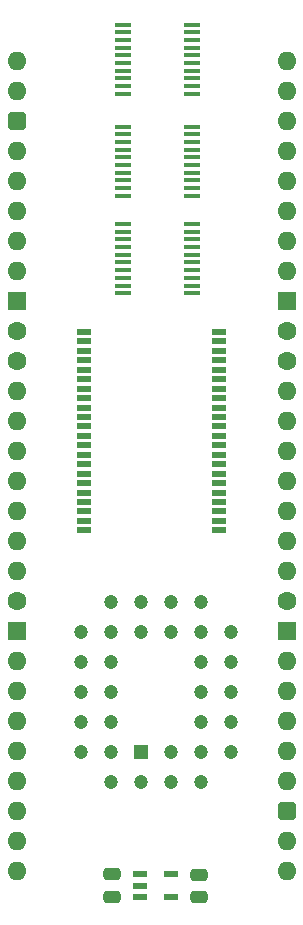
<source format=gts>
%TF.GenerationSoftware,KiCad,Pcbnew,8.0.7*%
%TF.CreationDate,2025-03-12T20:02:53+02:00*%
%TF.ProjectId,HCP65 MPU Memory,48435036-3520-44d5-9055-204d656d6f72,V1*%
%TF.SameCoordinates,Original*%
%TF.FileFunction,Soldermask,Top*%
%TF.FilePolarity,Negative*%
%FSLAX46Y46*%
G04 Gerber Fmt 4.6, Leading zero omitted, Abs format (unit mm)*
G04 Created by KiCad (PCBNEW 8.0.7) date 2025-03-12 20:02:53*
%MOMM*%
%LPD*%
G01*
G04 APERTURE LIST*
G04 Aperture macros list*
%AMRoundRect*
0 Rectangle with rounded corners*
0 $1 Rounding radius*
0 $2 $3 $4 $5 $6 $7 $8 $9 X,Y pos of 4 corners*
0 Add a 4 corners polygon primitive as box body*
4,1,4,$2,$3,$4,$5,$6,$7,$8,$9,$2,$3,0*
0 Add four circle primitives for the rounded corners*
1,1,$1+$1,$2,$3*
1,1,$1+$1,$4,$5*
1,1,$1+$1,$6,$7*
1,1,$1+$1,$8,$9*
0 Add four rect primitives between the rounded corners*
20,1,$1+$1,$2,$3,$4,$5,0*
20,1,$1+$1,$4,$5,$6,$7,0*
20,1,$1+$1,$6,$7,$8,$9,0*
20,1,$1+$1,$8,$9,$2,$3,0*%
G04 Aperture macros list end*
%ADD10R,1.475000X0.450000*%
%ADD11R,1.200000X1.200000*%
%ADD12C,1.200000*%
%ADD13R,1.150000X0.600000*%
%ADD14RoundRect,0.250000X0.475000X-0.250000X0.475000X0.250000X-0.475000X0.250000X-0.475000X-0.250000X0*%
%ADD15O,1.600000X1.600000*%
%ADD16R,1.600000X1.600000*%
%ADD17C,1.600000*%
%ADD18RoundRect,0.400000X-0.400000X-0.400000X0.400000X-0.400000X0.400000X0.400000X-0.400000X0.400000X0*%
%ADD19RoundRect,0.250000X-0.475000X0.250000X-0.475000X-0.250000X0.475000X-0.250000X0.475000X0.250000X0*%
%ADD20R,1.295000X0.600000*%
G04 APERTURE END LIST*
D10*
%TO.C,IC2*%
X8983000Y3052000D03*
X8983000Y2402000D03*
X8983000Y1752000D03*
X8983000Y1102000D03*
X8983000Y452000D03*
X8983000Y-198000D03*
X8983000Y-848000D03*
X8983000Y-1498000D03*
X8983000Y-2148000D03*
X8983000Y-2798000D03*
X14859000Y-2798000D03*
X14859000Y-2148000D03*
X14859000Y-1498000D03*
X14859000Y-848000D03*
X14859000Y-198000D03*
X14859000Y452000D03*
X14859000Y1102000D03*
X14859000Y1752000D03*
X14859000Y2402000D03*
X14859000Y3052000D03*
%TD*%
D11*
%TO.C,IC46*%
X10541000Y-58547000D03*
D12*
X13081000Y-61087000D03*
X13081000Y-58547000D03*
X15621000Y-61087000D03*
X18161000Y-58547000D03*
X15621000Y-58547000D03*
X18161000Y-56007000D03*
X15621000Y-56007000D03*
X18161000Y-53467000D03*
X15621000Y-53467000D03*
X18161000Y-50927000D03*
X15621000Y-50927000D03*
X18161000Y-48387000D03*
X15621000Y-45847000D03*
X15621000Y-48387000D03*
X13081000Y-45847000D03*
X13081000Y-48387000D03*
X10541000Y-45847000D03*
X10541000Y-48387000D03*
X8001000Y-45847000D03*
X5461000Y-48387000D03*
X8001000Y-48387000D03*
X5461000Y-50927000D03*
X8001000Y-50927000D03*
X5461000Y-53467000D03*
X8001000Y-53467000D03*
X5461000Y-56007000D03*
X8001000Y-56007000D03*
X5461000Y-58547000D03*
X8001000Y-61087000D03*
X8001000Y-58547000D03*
X10541000Y-61087000D03*
%TD*%
D13*
%TO.C,IC45*%
X10465000Y-68900000D03*
X10465000Y-69850000D03*
X10465000Y-70800000D03*
X13065000Y-70800000D03*
X13065000Y-68900000D03*
%TD*%
D14*
%TO.C,C49*%
X8082000Y-70784000D03*
X8082000Y-68884000D03*
%TD*%
D10*
%TO.C,IC5*%
X9000000Y-13839018D03*
X9000000Y-14489018D03*
X9000000Y-15139018D03*
X9000000Y-15789018D03*
X9000000Y-16439018D03*
X9000000Y-17089018D03*
X9000000Y-17739018D03*
X9000000Y-18389018D03*
X9000000Y-19039018D03*
X9000000Y-19689018D03*
X14876000Y-19689018D03*
X14876000Y-19039018D03*
X14876000Y-18389018D03*
X14876000Y-17739018D03*
X14876000Y-17089018D03*
X14876000Y-16439018D03*
X14876000Y-15789018D03*
X14876000Y-15139018D03*
X14876000Y-14489018D03*
X14876000Y-13839018D03*
%TD*%
D15*
%TO.C,J8*%
X22860000Y0D03*
X22860000Y-2540000D03*
X22860000Y-5080000D03*
X22860000Y-7620000D03*
X22860000Y-10160000D03*
X22860000Y-12700000D03*
X22860000Y-15240000D03*
X22860000Y-17780000D03*
D16*
X22860000Y-20320000D03*
D17*
X22860000Y-22860000D03*
X22860000Y-25400000D03*
D15*
X22860000Y-27940000D03*
X22860000Y-30480000D03*
X22860000Y-33020000D03*
X22860000Y-35560000D03*
X22860000Y-38100000D03*
X22860000Y-40640000D03*
X22860000Y-43180000D03*
D17*
X22860000Y-45720000D03*
D16*
X22860000Y-48260000D03*
D15*
X22860000Y-50800000D03*
X22860000Y-53340000D03*
X22860000Y-55880000D03*
X22860000Y-58420000D03*
X22860000Y-60960000D03*
D18*
X22860000Y-63500000D03*
D15*
X22860000Y-66040000D03*
X22860000Y-68580000D03*
X0Y-68580000D03*
X0Y-66040000D03*
X0Y-63500000D03*
X0Y-60960000D03*
X0Y-58420000D03*
X0Y-55880000D03*
X0Y-53340000D03*
X0Y-50800000D03*
D16*
X0Y-48260000D03*
D17*
X0Y-45720000D03*
D15*
X0Y-43180000D03*
X0Y-40640000D03*
X0Y-38100000D03*
X0Y-35560000D03*
X0Y-33020000D03*
X0Y-30480000D03*
X0Y-27940000D03*
D17*
X0Y-25400000D03*
X0Y-22860000D03*
D16*
X0Y-20320000D03*
D15*
X0Y-17780000D03*
X0Y-15240000D03*
X0Y-12700000D03*
X0Y-10160000D03*
X0Y-7620000D03*
D18*
X0Y-5080000D03*
D15*
X0Y-2540000D03*
X0Y0D03*
%TD*%
D10*
%TO.C,IC1*%
X8983000Y-5584000D03*
X8983000Y-6234000D03*
X8983000Y-6884000D03*
X8983000Y-7534000D03*
X8983000Y-8184000D03*
X8983000Y-8834000D03*
X8983000Y-9484000D03*
X8983000Y-10134000D03*
X8983000Y-10784000D03*
X8983000Y-11434000D03*
X14859000Y-11434000D03*
X14859000Y-10784000D03*
X14859000Y-10134000D03*
X14859000Y-9484000D03*
X14859000Y-8834000D03*
X14859000Y-8184000D03*
X14859000Y-7534000D03*
X14859000Y-6884000D03*
X14859000Y-6234000D03*
X14859000Y-5584000D03*
%TD*%
D19*
%TO.C,C50*%
X15448000Y-68916000D03*
X15448000Y-70816000D03*
%TD*%
D20*
%TO.C,IC25*%
X5702000Y-22969000D03*
X5702000Y-23769000D03*
X5702000Y-24569000D03*
X5702000Y-25369000D03*
X5702000Y-26169000D03*
X5702000Y-26969000D03*
X5702000Y-27769000D03*
X5702000Y-28569000D03*
X5702000Y-29369000D03*
X5702000Y-30169000D03*
X5702000Y-30969000D03*
X5702000Y-31769000D03*
X5702000Y-32569000D03*
X5702000Y-33369000D03*
X5702000Y-34169000D03*
X5702000Y-34969000D03*
X5702000Y-35769000D03*
X5702000Y-36569000D03*
X5702000Y-37369000D03*
X5702000Y-38169000D03*
X5702000Y-38969000D03*
X5702000Y-39769000D03*
X17158000Y-39769000D03*
X17158000Y-38969000D03*
X17158000Y-38169000D03*
X17158000Y-37369000D03*
X17158000Y-36569000D03*
X17158000Y-35769000D03*
X17158000Y-34969000D03*
X17158000Y-34169000D03*
X17158000Y-33369000D03*
X17158000Y-32569000D03*
X17158000Y-31769000D03*
X17158000Y-30969000D03*
X17158000Y-30169000D03*
X17158000Y-29369000D03*
X17158000Y-28569000D03*
X17158000Y-27769000D03*
X17158000Y-26969000D03*
X17158000Y-26169000D03*
X17158000Y-25369000D03*
X17158000Y-24569000D03*
X17158000Y-23769000D03*
X17158000Y-22969000D03*
%TD*%
M02*

</source>
